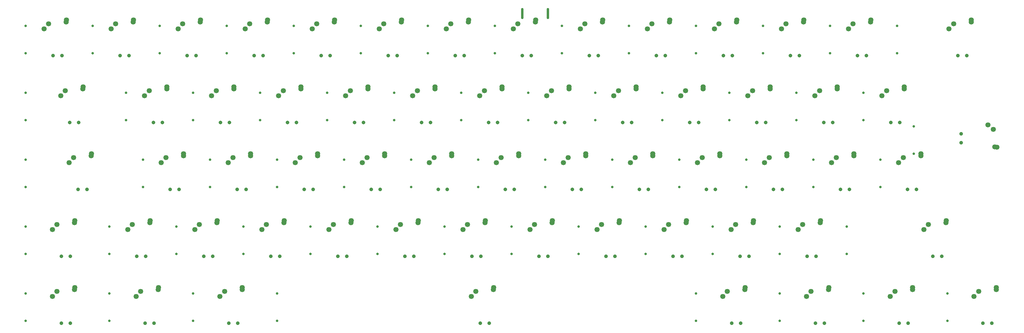
<source format=gbr>
%TF.GenerationSoftware,KiCad,Pcbnew,5.1.6-c6e7f7d~86~ubuntu18.04.1*%
%TF.CreationDate,2020-05-28T23:24:40+02:00*%
%TF.ProjectId,keyboard-layout,6b657962-6f61-4726-942d-6c61796f7574,rev?*%
%TF.SameCoordinates,Original*%
%TF.FileFunction,Plated,1,2,PTH,Mixed*%
%TF.FilePolarity,Positive*%
%FSLAX46Y46*%
G04 Gerber Fmt 4.6, Leading zero omitted, Abs format (unit mm)*
G04 Created by KiCad (PCBNEW 5.1.6-c6e7f7d~86~ubuntu18.04.1) date 2020-05-28 23:24:40*
%MOMM*%
%LPD*%
G01*
G04 APERTURE LIST*
G04 aperture for slot hole*
%TA.AperFunction,ComponentDrill*%
%ADD10C,0.700000*%
%TD*%
%TA.AperFunction,ComponentDrill*%
%ADD11C,0.700000*%
%TD*%
%TA.AperFunction,ComponentDrill*%
%ADD12C,1.040000*%
%TD*%
%TA.AperFunction,ComponentDrill*%
%ADD13C,1.470000*%
%TD*%
G04 APERTURE END LIST*
D10*
%TO.C,USB3*%
X161606250Y-23850000D02*
X161606250Y-21350000D01*
X168906250Y-23850000D02*
X168906250Y-21350000D01*
D11*
%TO.C,D_[*%
X239575000Y-45175000D03*
X239575000Y-52975000D03*
%TO.C,D_EQUAL*%
X249100000Y-26125000D03*
X249100000Y-33925000D03*
%TO.C,D_]*%
X258625000Y-45175000D03*
X258625000Y-52975000D03*
%TO.C,D_BACKSPACE*%
X268150000Y-26125000D03*
X268150000Y-33925000D03*
%TO.C,D_Y*%
X144325000Y-45175000D03*
X144325000Y-52975000D03*
%TO.C,D_A*%
X53837500Y-64225000D03*
X53837500Y-72025000D03*
%TO.C,D_C*%
X101462500Y-83275000D03*
X101462500Y-91075000D03*
%TO.C,D_ENTER*%
X272912500Y-54700000D03*
X272912500Y-62500000D03*
%TO.C,D_ALTGR*%
X211000000Y-102325000D03*
X211000000Y-110125000D03*
%TO.C,D_9*%
X191950000Y-26125000D03*
X191950000Y-33925000D03*
%TO.C,D_CAPS_LOCK*%
X20500000Y-64225000D03*
X20500000Y-72025000D03*
%TO.C,D_E*%
X87175000Y-45175000D03*
X87175000Y-52975000D03*
%TO.C,D_WIN1*%
X234812500Y-102325000D03*
X234812500Y-110125000D03*
%TO.C,D_MENU*%
X258625000Y-102325000D03*
X258625000Y-110125000D03*
%TO.C,D_CTRL1*%
X282437500Y-102325000D03*
X282437500Y-110125000D03*
%TO.C,D_0*%
X211000000Y-26125000D03*
X211000000Y-33925000D03*
%TO.C,D_T*%
X125275000Y-45175000D03*
X125275000Y-52975000D03*
%TO.C,D_J*%
X168137500Y-64225000D03*
X168137500Y-72025000D03*
%TO.C,D_2*%
X58600000Y-26125000D03*
X58600000Y-33925000D03*
%TO.C,D_*%
X91937500Y-102325000D03*
X91937500Y-110125000D03*
%TO.C,D_5*%
X115750000Y-26125000D03*
X115750000Y-33925000D03*
%TO.C,D_P*%
X220525000Y-45175000D03*
X220525000Y-52975000D03*
%TO.C,D_H*%
X149087500Y-64225000D03*
X149087500Y-72025000D03*
%TO.C,D_X*%
X82412500Y-83275000D03*
X82412500Y-91075000D03*
%TO.C,D_SHIFT1*%
X253862500Y-83275000D03*
X253862500Y-91075000D03*
%TO.C,D_G*%
X130037500Y-64225000D03*
X130037500Y-72025000D03*
%TO.C,D_6*%
X134800000Y-26125000D03*
X134800000Y-33925000D03*
%TO.C,D_O*%
X201475000Y-45175000D03*
X201475000Y-52975000D03*
%TO.C,D_W*%
X68125000Y-45175000D03*
X68125000Y-52975000D03*
%TO.C,D_`*%
X20500000Y-26125000D03*
X20500000Y-33925000D03*
%TO.C,D_M*%
X177662500Y-83275000D03*
X177662500Y-91075000D03*
%TO.C,D_Z*%
X63362500Y-83275000D03*
X63362500Y-91075000D03*
%TO.C,D_F*%
X110987500Y-64225000D03*
X110987500Y-72025000D03*
%TO.C,D_COMMA*%
X196712500Y-83275000D03*
X196712500Y-91075000D03*
%TO.C,D_CTRL*%
X20500000Y-102325000D03*
X20500000Y-110125000D03*
%TO.C,D_3*%
X77650000Y-26125000D03*
X77650000Y-33925000D03*
%TO.C,D_8*%
X172900000Y-26125000D03*
X172900000Y-33925000D03*
%TO.C,D_I*%
X182425000Y-45175000D03*
X182425000Y-52975000D03*
%TO.C,D_SHIFT*%
X20500000Y-83275000D03*
X20500000Y-91075000D03*
%TO.C,D_BSLSH*%
X44312500Y-83275000D03*
X44312500Y-91075000D03*
%TO.C,D_DOT*%
X215762500Y-83275000D03*
X215762500Y-91075000D03*
%TO.C,D_N*%
X158612500Y-83275000D03*
X158612500Y-91075000D03*
%TO.C,D_#*%
X263387500Y-64225000D03*
X263387500Y-72025000D03*
%TO.C,D_QUOTE*%
X244337500Y-64225000D03*
X244337500Y-72025000D03*
%TO.C,D_Q*%
X49075000Y-45175000D03*
X49075000Y-52975000D03*
%TO.C,D_WIN*%
X44312500Y-102325000D03*
X44312500Y-110125000D03*
%TO.C,D_U*%
X163375000Y-45175000D03*
X163375000Y-52975000D03*
%TO.C,D_L*%
X206237500Y-64225000D03*
X206237500Y-72025000D03*
%TO.C,D_7*%
X153850000Y-26125000D03*
X153850000Y-33925000D03*
%TO.C,D_ALT*%
X68125000Y-102325000D03*
X68125000Y-110125000D03*
%TO.C,D_D*%
X91937500Y-64225000D03*
X91937500Y-72025000D03*
%TO.C,D_B*%
X139562500Y-83275000D03*
X139562500Y-91075000D03*
%TO.C,D_SEMIC*%
X225287500Y-64225000D03*
X225287500Y-72025000D03*
%TO.C,D_TAB*%
X20500000Y-45175000D03*
X20500000Y-52975000D03*
%TO.C,D_R*%
X106225000Y-45175000D03*
X106225000Y-52975000D03*
%TO.C,D_S*%
X72887500Y-64225000D03*
X72887500Y-72025000D03*
%TO.C,D_1*%
X39550000Y-26125000D03*
X39550000Y-33925000D03*
%TO.C,D_4*%
X96700000Y-26125000D03*
X96700000Y-33925000D03*
%TO.C,D_V*%
X120512500Y-83275000D03*
X120512500Y-91075000D03*
%TO.C,D_MINUS*%
X230050000Y-26125000D03*
X230050000Y-33925000D03*
%TO.C,D_SLASH*%
X234812500Y-83275000D03*
X234812500Y-91075000D03*
%TO.C,D_K*%
X187187500Y-64225000D03*
X187187500Y-72025000D03*
D12*
%TO.C,K_9*%
X199705000Y-34605000D03*
X202245000Y-34605000D03*
%TO.C,K_#*%
X271142500Y-72705000D03*
X273682500Y-72705000D03*
%TO.C,K_SLASH*%
X242567500Y-91755000D03*
X245107500Y-91755000D03*
%TO.C,K_D*%
X99692500Y-72705000D03*
X102232500Y-72705000D03*
%TO.C,K_ALT*%
X78261250Y-110805000D03*
X80801250Y-110805000D03*
%TO.C,K_B*%
X147317500Y-91755000D03*
X149857500Y-91755000D03*
%TO.C,K_L*%
X213992500Y-72705000D03*
X216532500Y-72705000D03*
%TO.C,K_TAB*%
X33017500Y-53655000D03*
X35557500Y-53655000D03*
%TO.C,K_Q*%
X56830000Y-53655000D03*
X59370000Y-53655000D03*
%TO.C,K_]*%
X266380000Y-53655000D03*
X268920000Y-53655000D03*
%TO.C,K_ENTER*%
X286382500Y-56830000D03*
X286382500Y-59370000D03*
%TO.C,K_A*%
X61592500Y-72705000D03*
X64132500Y-72705000D03*
%TO.C,K_U*%
X171130000Y-53655000D03*
X173670000Y-53655000D03*
%TO.C,K_S*%
X80642500Y-72705000D03*
X83182500Y-72705000D03*
%TO.C,K_EQUAL*%
X256855000Y-34605000D03*
X259395000Y-34605000D03*
%TO.C,K_V*%
X128267500Y-91755000D03*
X130807500Y-91755000D03*
%TO.C,K_SHIFT1*%
X278286250Y-91755000D03*
X280826250Y-91755000D03*
%TO.C,K_3*%
X85405000Y-34605000D03*
X87945000Y-34605000D03*
%TO.C,K_8*%
X180655000Y-34605000D03*
X183195000Y-34605000D03*
%TO.C,K_*%
X149698750Y-110805000D03*
X152238750Y-110805000D03*
%TO.C,K_R*%
X113980000Y-53655000D03*
X116520000Y-53655000D03*
%TO.C,K_2*%
X66355000Y-34605000D03*
X68895000Y-34605000D03*
%TO.C,K_6*%
X142555000Y-34605000D03*
X145095000Y-34605000D03*
%TO.C,K_MINUS*%
X237805000Y-34605000D03*
X240345000Y-34605000D03*
%TO.C,K_K*%
X194942500Y-72705000D03*
X197482500Y-72705000D03*
%TO.C,K_ALTGR*%
X221136250Y-110805000D03*
X223676250Y-110805000D03*
%TO.C,K_WIN1*%
X244948750Y-110805000D03*
X247488750Y-110805000D03*
%TO.C,K_BACKSPACE*%
X285430000Y-34605000D03*
X287970000Y-34605000D03*
%TO.C,K_[*%
X247330000Y-53655000D03*
X249870000Y-53655000D03*
%TO.C,K_0*%
X218755000Y-34605000D03*
X221295000Y-34605000D03*
%TO.C,K_J*%
X175892500Y-72705000D03*
X178432500Y-72705000D03*
%TO.C,K_7*%
X161605000Y-34605000D03*
X164145000Y-34605000D03*
%TO.C,K_Y*%
X152080000Y-53655000D03*
X154620000Y-53655000D03*
%TO.C,K_C*%
X109217500Y-91755000D03*
X111757500Y-91755000D03*
%TO.C,K_CAPS_LOCK*%
X35398750Y-72705000D03*
X37938750Y-72705000D03*
%TO.C,K_MENU*%
X268761250Y-110805000D03*
X271301250Y-110805000D03*
%TO.C,K_CTRL1*%
X292573750Y-110805000D03*
X295113750Y-110805000D03*
%TO.C,K_H*%
X156842500Y-72705000D03*
X159382500Y-72705000D03*
%TO.C,K_`*%
X28255000Y-34605000D03*
X30795000Y-34605000D03*
%TO.C,K_E*%
X94930000Y-53655000D03*
X97470000Y-53655000D03*
%TO.C,K_COMMA*%
X204467500Y-91755000D03*
X207007500Y-91755000D03*
%TO.C,K_CTRL*%
X30636250Y-110805000D03*
X33176250Y-110805000D03*
%TO.C,K_T*%
X133030000Y-53655000D03*
X135570000Y-53655000D03*
%TO.C,K_X*%
X90167500Y-91755000D03*
X92707500Y-91755000D03*
%TO.C,K_P*%
X228280000Y-53655000D03*
X230820000Y-53655000D03*
%TO.C,K_G*%
X137792500Y-72705000D03*
X140332500Y-72705000D03*
%TO.C,K_5*%
X123505000Y-34605000D03*
X126045000Y-34605000D03*
%TO.C,K_1*%
X47305000Y-34605000D03*
X49845000Y-34605000D03*
%TO.C,K_SHIFT*%
X30636250Y-91755000D03*
X33176250Y-91755000D03*
%TO.C,K_DOT*%
X223517500Y-91755000D03*
X226057500Y-91755000D03*
%TO.C,K_WIN*%
X54448750Y-110805000D03*
X56988750Y-110805000D03*
%TO.C,K_O*%
X209230000Y-53655000D03*
X211770000Y-53655000D03*
%TO.C,K_QUOTE*%
X252092500Y-72705000D03*
X254632500Y-72705000D03*
%TO.C,K_W*%
X75880000Y-53655000D03*
X78420000Y-53655000D03*
%TO.C,K_M*%
X185417500Y-91755000D03*
X187957500Y-91755000D03*
%TO.C,K_4*%
X104455000Y-34605000D03*
X106995000Y-34605000D03*
%TO.C,K_BSLSH*%
X52067500Y-91755000D03*
X54607500Y-91755000D03*
%TO.C,K_Z*%
X71117500Y-91755000D03*
X73657500Y-91755000D03*
%TO.C,K_I*%
X190180000Y-53655000D03*
X192720000Y-53655000D03*
%TO.C,K_SEMIC*%
X233042500Y-72705000D03*
X235582500Y-72705000D03*
%TO.C,K_F*%
X118742500Y-72705000D03*
X121282500Y-72705000D03*
%TO.C,K_N*%
X166367500Y-91755000D03*
X168907500Y-91755000D03*
D13*
%TO.C,K_E*%
X92390000Y-46035000D03*
X93700000Y-44575000D03*
X98700000Y-44075000D03*
X98740000Y-43495000D03*
%TO.C,K_COMMA*%
X201927500Y-84135000D03*
X203237500Y-82675000D03*
X208237500Y-82175000D03*
X208277500Y-81595000D03*
%TO.C,K_CTRL*%
X28096250Y-103185000D03*
X29406250Y-101725000D03*
X34406250Y-101225000D03*
X34446250Y-100645000D03*
%TO.C,K_T*%
X130490000Y-46035000D03*
X131800000Y-44575000D03*
X136800000Y-44075000D03*
X136840000Y-43495000D03*
%TO.C,K_X*%
X87627500Y-84135000D03*
X88937500Y-82675000D03*
X93937500Y-82175000D03*
X93977500Y-81595000D03*
%TO.C,K_P*%
X225740000Y-46035000D03*
X227050000Y-44575000D03*
X232050000Y-44075000D03*
X232090000Y-43495000D03*
%TO.C,K_G*%
X135252500Y-65085000D03*
X136562500Y-63625000D03*
X141562500Y-63125000D03*
X141602500Y-62545000D03*
%TO.C,K_5*%
X120965000Y-26985000D03*
X122275000Y-25525000D03*
X127275000Y-25025000D03*
X127315000Y-24445000D03*
%TO.C,K_1*%
X44765000Y-26985000D03*
X46075000Y-25525000D03*
X51075000Y-25025000D03*
X51115000Y-24445000D03*
%TO.C,K_SHIFT*%
X28096250Y-84135000D03*
X29406250Y-82675000D03*
X34406250Y-82175000D03*
X34446250Y-81595000D03*
%TO.C,K_DOT*%
X220977500Y-84135000D03*
X222287500Y-82675000D03*
X227287500Y-82175000D03*
X227327500Y-81595000D03*
%TO.C,K_WIN*%
X51908750Y-103185000D03*
X53218750Y-101725000D03*
X58218750Y-101225000D03*
X58258750Y-100645000D03*
%TO.C,K_O*%
X206690000Y-46035000D03*
X208000000Y-44575000D03*
X213000000Y-44075000D03*
X213040000Y-43495000D03*
%TO.C,K_QUOTE*%
X249552500Y-65085000D03*
X250862500Y-63625000D03*
X255862500Y-63125000D03*
X255902500Y-62545000D03*
%TO.C,K_W*%
X73340000Y-46035000D03*
X74650000Y-44575000D03*
X79650000Y-44075000D03*
X79690000Y-43495000D03*
%TO.C,K_M*%
X182877500Y-84135000D03*
X184187500Y-82675000D03*
X189187500Y-82175000D03*
X189227500Y-81595000D03*
%TO.C,K_4*%
X101915000Y-26985000D03*
X103225000Y-25525000D03*
X108225000Y-25025000D03*
X108265000Y-24445000D03*
%TO.C,K_BSLSH*%
X49527500Y-84135000D03*
X50837500Y-82675000D03*
X55837500Y-82175000D03*
X55877500Y-81595000D03*
%TO.C,K_Z*%
X68577500Y-84135000D03*
X69887500Y-82675000D03*
X74887500Y-82175000D03*
X74927500Y-81595000D03*
%TO.C,K_I*%
X187640000Y-46035000D03*
X188950000Y-44575000D03*
X193950000Y-44075000D03*
X193990000Y-43495000D03*
%TO.C,K_SEMIC*%
X230502500Y-65085000D03*
X231812500Y-63625000D03*
X236812500Y-63125000D03*
X236852500Y-62545000D03*
%TO.C,K_F*%
X116202500Y-65085000D03*
X117512500Y-63625000D03*
X122512500Y-63125000D03*
X122552500Y-62545000D03*
%TO.C,K_N*%
X163827500Y-84135000D03*
X165137500Y-82675000D03*
X170137500Y-82175000D03*
X170177500Y-81595000D03*
%TO.C,K_9*%
X197165000Y-26985000D03*
X198475000Y-25525000D03*
X203475000Y-25025000D03*
X203515000Y-24445000D03*
%TO.C,K_#*%
X268602500Y-65085000D03*
X269912500Y-63625000D03*
X274912500Y-63125000D03*
X274952500Y-62545000D03*
%TO.C,K_SLASH*%
X240027500Y-84135000D03*
X241337500Y-82675000D03*
X246337500Y-82175000D03*
X246377500Y-81595000D03*
%TO.C,K_D*%
X97152500Y-65085000D03*
X98462500Y-63625000D03*
X103462500Y-63125000D03*
X103502500Y-62545000D03*
%TO.C,K_ALT*%
X75721250Y-103185000D03*
X77031250Y-101725000D03*
X82031250Y-101225000D03*
X82071250Y-100645000D03*
%TO.C,K_B*%
X144777500Y-84135000D03*
X146087500Y-82675000D03*
X151087500Y-82175000D03*
X151127500Y-81595000D03*
%TO.C,K_L*%
X211452500Y-65085000D03*
X212762500Y-63625000D03*
X217762500Y-63125000D03*
X217802500Y-62545000D03*
%TO.C,K_TAB*%
X30477500Y-46035000D03*
X31787500Y-44575000D03*
X36787500Y-44075000D03*
X36827500Y-43495000D03*
%TO.C,K_Q*%
X54290000Y-46035000D03*
X55600000Y-44575000D03*
X60600000Y-44075000D03*
X60640000Y-43495000D03*
%TO.C,K_]*%
X263840000Y-46035000D03*
X265150000Y-44575000D03*
X270150000Y-44075000D03*
X270190000Y-43495000D03*
%TO.C,K_ENTER*%
X294002500Y-54290000D03*
X295462500Y-55600000D03*
X295962500Y-60600000D03*
X296542500Y-60640000D03*
%TO.C,K_A*%
X59052500Y-65085000D03*
X60362500Y-63625000D03*
X65362500Y-63125000D03*
X65402500Y-62545000D03*
%TO.C,K_U*%
X168590000Y-46035000D03*
X169900000Y-44575000D03*
X174900000Y-44075000D03*
X174940000Y-43495000D03*
%TO.C,K_S*%
X78102500Y-65085000D03*
X79412500Y-63625000D03*
X84412500Y-63125000D03*
X84452500Y-62545000D03*
%TO.C,K_EQUAL*%
X254315000Y-26985000D03*
X255625000Y-25525000D03*
X260625000Y-25025000D03*
X260665000Y-24445000D03*
%TO.C,K_V*%
X125727500Y-84135000D03*
X127037500Y-82675000D03*
X132037500Y-82175000D03*
X132077500Y-81595000D03*
%TO.C,K_SHIFT1*%
X275746250Y-84135000D03*
X277056250Y-82675000D03*
X282056250Y-82175000D03*
X282096250Y-81595000D03*
%TO.C,K_3*%
X82865000Y-26985000D03*
X84175000Y-25525000D03*
X89175000Y-25025000D03*
X89215000Y-24445000D03*
%TO.C,K_8*%
X178115000Y-26985000D03*
X179425000Y-25525000D03*
X184425000Y-25025000D03*
X184465000Y-24445000D03*
%TO.C,K_*%
X147158750Y-103185000D03*
X148468750Y-101725000D03*
X153468750Y-101225000D03*
X153508750Y-100645000D03*
%TO.C,K_R*%
X111440000Y-46035000D03*
X112750000Y-44575000D03*
X117750000Y-44075000D03*
X117790000Y-43495000D03*
%TO.C,K_2*%
X63815000Y-26985000D03*
X65125000Y-25525000D03*
X70125000Y-25025000D03*
X70165000Y-24445000D03*
%TO.C,K_6*%
X140015000Y-26985000D03*
X141325000Y-25525000D03*
X146325000Y-25025000D03*
X146365000Y-24445000D03*
%TO.C,K_MINUS*%
X235265000Y-26985000D03*
X236575000Y-25525000D03*
X241575000Y-25025000D03*
X241615000Y-24445000D03*
%TO.C,K_K*%
X192402500Y-65085000D03*
X193712500Y-63625000D03*
X198712500Y-63125000D03*
X198752500Y-62545000D03*
%TO.C,K_ALTGR*%
X218596250Y-103185000D03*
X219906250Y-101725000D03*
X224906250Y-101225000D03*
X224946250Y-100645000D03*
%TO.C,K_WIN1*%
X242408750Y-103185000D03*
X243718750Y-101725000D03*
X248718750Y-101225000D03*
X248758750Y-100645000D03*
%TO.C,K_BACKSPACE*%
X282890000Y-26985000D03*
X284200000Y-25525000D03*
X289200000Y-25025000D03*
X289240000Y-24445000D03*
%TO.C,K_[*%
X244790000Y-46035000D03*
X246100000Y-44575000D03*
X251100000Y-44075000D03*
X251140000Y-43495000D03*
%TO.C,K_0*%
X216215000Y-26985000D03*
X217525000Y-25525000D03*
X222525000Y-25025000D03*
X222565000Y-24445000D03*
%TO.C,K_J*%
X173352500Y-65085000D03*
X174662500Y-63625000D03*
X179662500Y-63125000D03*
X179702500Y-62545000D03*
%TO.C,K_7*%
X159065000Y-26985000D03*
X160375000Y-25525000D03*
X165375000Y-25025000D03*
X165415000Y-24445000D03*
%TO.C,K_Y*%
X149540000Y-46035000D03*
X150850000Y-44575000D03*
X155850000Y-44075000D03*
X155890000Y-43495000D03*
%TO.C,K_C*%
X106677500Y-84135000D03*
X107987500Y-82675000D03*
X112987500Y-82175000D03*
X113027500Y-81595000D03*
%TO.C,K_CAPS_LOCK*%
X32858750Y-65085000D03*
X34168750Y-63625000D03*
X39168750Y-63125000D03*
X39208750Y-62545000D03*
%TO.C,K_MENU*%
X266221250Y-103185000D03*
X267531250Y-101725000D03*
X272531250Y-101225000D03*
X272571250Y-100645000D03*
%TO.C,K_CTRL1*%
X290033750Y-103185000D03*
X291343750Y-101725000D03*
X296343750Y-101225000D03*
X296383750Y-100645000D03*
%TO.C,K_H*%
X154302500Y-65085000D03*
X155612500Y-63625000D03*
X160612500Y-63125000D03*
X160652500Y-62545000D03*
%TO.C,K_`*%
X25715000Y-26985000D03*
X27025000Y-25525000D03*
X32025000Y-25025000D03*
X32065000Y-24445000D03*
M02*

</source>
